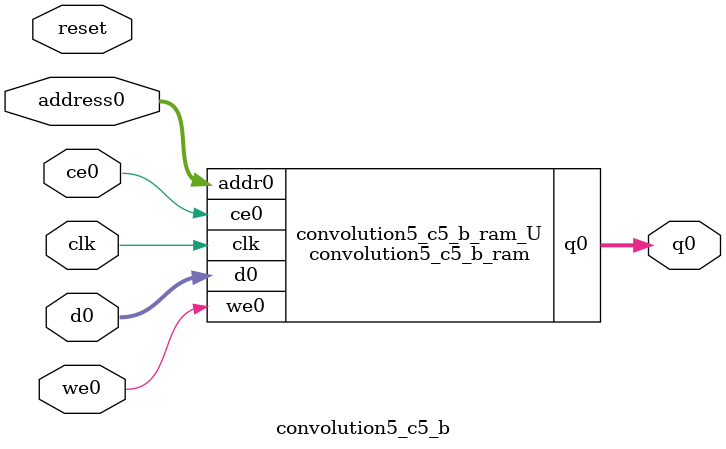
<source format=v>

`timescale 1 ns / 1 ps
module convolution5_c5_b_ram (addr0, ce0, d0, we0, q0,  clk);

parameter DWIDTH = 32;
parameter AWIDTH = 7;
parameter MEM_SIZE = 120;

input[AWIDTH-1:0] addr0;
input ce0;
input[DWIDTH-1:0] d0;
input we0;
output reg[DWIDTH-1:0] q0;
input clk;

(* ram_style = "block" *)reg [DWIDTH-1:0] ram[0:MEM_SIZE-1];




always @(posedge clk)  
begin 
    if (ce0) 
    begin
        if (we0) 
        begin 
            ram[addr0] <= d0; 
            q0 <= d0;
        end 
        else 
            q0 <= ram[addr0];
    end
end


endmodule


`timescale 1 ns / 1 ps
module convolution5_c5_b(
    reset,
    clk,
    address0,
    ce0,
    we0,
    d0,
    q0);

parameter DataWidth = 32'd32;
parameter AddressRange = 32'd120;
parameter AddressWidth = 32'd7;
input reset;
input clk;
input[AddressWidth - 1:0] address0;
input ce0;
input we0;
input[DataWidth - 1:0] d0;
output[DataWidth - 1:0] q0;



convolution5_c5_b_ram convolution5_c5_b_ram_U(
    .clk( clk ),
    .addr0( address0 ),
    .ce0( ce0 ),
    .d0( d0 ),
    .we0( we0 ),
    .q0( q0 ));

endmodule


</source>
